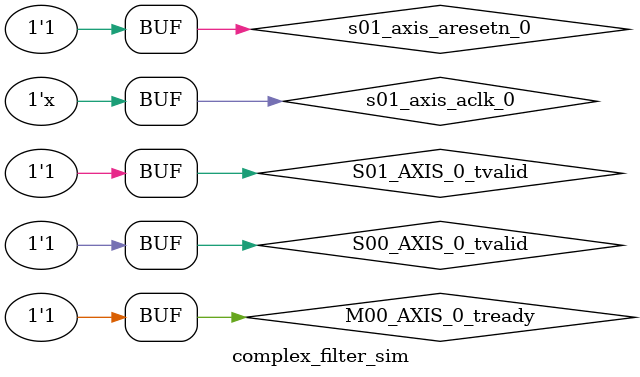
<source format=v>
`timescale 1ns / 1ps


module complex_filter_sim();

  wire [63:0]M00_AXIS_0_tdata;
  wire M00_AXIS_0_tlast;
  reg M00_AXIS_0_tready;
  wire M00_AXIS_0_tvalid;
  
  reg [63:0]S00_AXIS_0_tdata;
  reg S00_AXIS_0_tlast;
  wire S00_AXIS_0_tready;
  reg S00_AXIS_0_tvalid;
  
  reg  [63:0]S01_AXIS_0_tdata;
  reg S01_AXIS_0_tlast;
  wire S01_AXIS_0_tready;
  reg S01_AXIS_0_tvalid;
  
  reg s01_axis_aclk_0;
  reg s01_axis_aresetn_0;

  initial begin
  
    s01_axis_aclk_0 = 1'b0;
    s01_axis_aresetn_0 = 1'b0;
    
    M00_AXIS_0_tready = 1'b1;
    
    S00_AXIS_0_tdata = 64'h0000_0002_0000_0000;
    S00_AXIS_0_tlast = 1'b0;
    S00_AXIS_0_tvalid = 1'b0;
    
    S01_AXIS_0_tdata = 64'h0000_0001_0000_0000;
    S01_AXIS_0_tlast = 1'b0;
    S01_AXIS_0_tvalid = 1'b0;
    
    #70
    s01_axis_aresetn_0 = 1'b1;
    
    #60
    S00_AXIS_0_tvalid = 1'b1;
    S01_AXIS_0_tvalid = 1'b1;

  end
  
  
  always #10  s01_axis_aclk_0 = ~s01_axis_aclk_0;

  always @(posedge s01_axis_aclk_0) begin
    
        if (S00_AXIS_0_tvalid == 1'b1) begin
            S00_AXIS_0_tdata = S00_AXIS_0_tdata + 'd1;
            S01_AXIS_0_tdata = S01_AXIS_0_tdata + 'd1;
        end
        
        if(S00_AXIS_0_tdata == 64'h0000_0002_0000_0400) begin
            S00_AXIS_0_tlast = 1'b1;
            S01_AXIS_0_tlast = 1'b1;
            S00_AXIS_0_tdata = 64'h0000_0002_0000_0000;
            S01_AXIS_0_tdata = 64'h0000_0001_0000_0000;
            
        end else begin
            S00_AXIS_0_tlast = 1'b0;
            S01_AXIS_0_tlast = 1'b0;
        end
        
       
  end
  
  
  complex_filter complex_filter_i
       (.M00_AXIS_0_tdata(M00_AXIS_0_tdata),
        .M00_AXIS_0_tlast(M00_AXIS_0_tlast),
        .M00_AXIS_0_tready(M00_AXIS_0_tready),
        .M00_AXIS_0_tstrb(),
        .M00_AXIS_0_tvalid(M00_AXIS_0_tvalid),
        
        .S00_AXIS_0_tdata(S00_AXIS_0_tdata),
        .S00_AXIS_0_tlast(S00_AXIS_0_tlast),
        .S00_AXIS_0_tready(S00_AXIS_0_tready),
        .S00_AXIS_0_tstrb(),
        .S00_AXIS_0_tvalid(S00_AXIS_0_tvalid),
        
        .S01_AXIS_0_tdata(S01_AXIS_0_tdata),
        .S01_AXIS_0_tlast(S01_AXIS_0_tlast),
        .S01_AXIS_0_tready(S01_AXIS_0_tready),
        .S01_AXIS_0_tstrb(),
        .S01_AXIS_0_tvalid(S01_AXIS_0_tvalid),
        
        .s01_axis_aclk_0(s01_axis_aclk_0),
        .s01_axis_aresetn_0(s01_axis_aresetn_0));
endmodule

</source>
